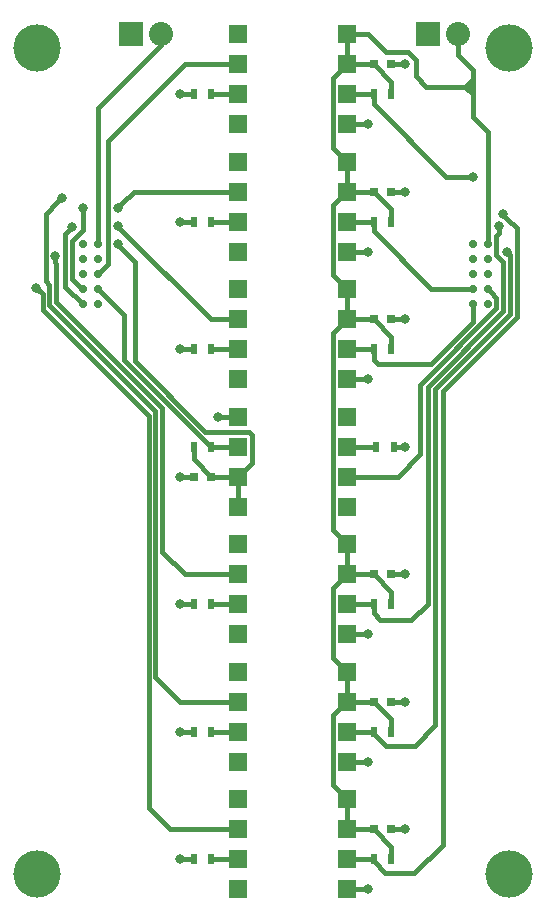
<source format=gbr>
G04 #@! TF.FileFunction,Copper,L1,Top,Signal*
%FSLAX46Y46*%
G04 Gerber Fmt 4.6, Leading zero omitted, Abs format (unit mm)*
G04 Created by KiCad (PCBNEW (2015-12-07 BZR 6352)-product) date Fri 09 Sep 2016 08:12:53 PM EDT*
%MOMM*%
G01*
G04 APERTURE LIST*
%ADD10C,0.100000*%
%ADD11C,0.700000*%
%ADD12R,0.800000X0.750000*%
%ADD13R,2.032000X2.032000*%
%ADD14O,2.032000X2.032000*%
%ADD15R,0.500000X0.900000*%
%ADD16R,1.500000X1.524000*%
%ADD17C,4.000000*%
%ADD18C,0.800000*%
%ADD19C,0.381000*%
G04 APERTURE END LIST*
D10*
D11*
X8890000Y58420000D03*
X10160000Y58420000D03*
X8890000Y57150000D03*
X10160000Y57150000D03*
X8890000Y55880000D03*
X10160000Y55880000D03*
X8890000Y54610000D03*
X10160000Y54610000D03*
X8890000Y53340000D03*
X10160000Y53340000D03*
D12*
X19800000Y38735000D03*
X18300000Y38735000D03*
X33540000Y52070000D03*
X35040000Y52070000D03*
X33540000Y73660000D03*
X35040000Y73660000D03*
X33540000Y19685000D03*
X35040000Y19685000D03*
X33540000Y62865000D03*
X35040000Y62865000D03*
X33540000Y8890000D03*
X35040000Y8890000D03*
X33540000Y30480000D03*
X35040000Y30480000D03*
D13*
X12954000Y76200000D03*
D14*
X15494000Y76200000D03*
D13*
X38100000Y76200000D03*
D14*
X40640000Y76200000D03*
D15*
X19800000Y71120000D03*
X18300000Y71120000D03*
X19800000Y60325000D03*
X18300000Y60325000D03*
X19800000Y49530000D03*
X18300000Y49530000D03*
X33760000Y41275000D03*
X35260000Y41275000D03*
X35040000Y71120000D03*
X33540000Y71120000D03*
X35040000Y60325000D03*
X33540000Y60325000D03*
X35040000Y49530000D03*
X33540000Y49530000D03*
X18300000Y41275000D03*
X19800000Y41275000D03*
X19800000Y27940000D03*
X18300000Y27940000D03*
X19800000Y17145000D03*
X18300000Y17145000D03*
X19800000Y6350000D03*
X18300000Y6350000D03*
X35040000Y27940000D03*
X33540000Y27940000D03*
X35040000Y17145000D03*
X33540000Y17145000D03*
X35040000Y6350000D03*
X33540000Y6350000D03*
D16*
X22090000Y76200000D03*
X22090000Y73660000D03*
X22090000Y71120000D03*
X22090000Y68580000D03*
X31250000Y68580000D03*
X31250000Y71120000D03*
X31250000Y73660000D03*
X31250000Y76200000D03*
X22090000Y65405000D03*
X22090000Y62865000D03*
X22090000Y60325000D03*
X22090000Y57785000D03*
X31250000Y57785000D03*
X31250000Y60325000D03*
X31250000Y62865000D03*
X31250000Y65405000D03*
X22090000Y54610000D03*
X22090000Y52070000D03*
X22090000Y49530000D03*
X22090000Y46990000D03*
X31250000Y46990000D03*
X31250000Y49530000D03*
X31250000Y52070000D03*
X31250000Y54610000D03*
X31250000Y36195000D03*
X31250000Y38735000D03*
X31250000Y41275000D03*
X31250000Y43815000D03*
X22090000Y43815000D03*
X22090000Y41275000D03*
X22090000Y38735000D03*
X22090000Y36195000D03*
X22090000Y33020000D03*
X22090000Y30480000D03*
X22090000Y27940000D03*
X22090000Y25400000D03*
X31250000Y25400000D03*
X31250000Y27940000D03*
X31250000Y30480000D03*
X31250000Y33020000D03*
X22090000Y22225000D03*
X22090000Y19685000D03*
X22090000Y17145000D03*
X22090000Y14605000D03*
X31250000Y14605000D03*
X31250000Y17145000D03*
X31250000Y19685000D03*
X31250000Y22225000D03*
X22090000Y11430000D03*
X22090000Y8890000D03*
X22090000Y6350000D03*
X22090000Y3810000D03*
X31250000Y3810000D03*
X31250000Y6350000D03*
X31250000Y8890000D03*
X31250000Y11430000D03*
D11*
X41910000Y58420000D03*
X43180000Y58420000D03*
X41910000Y57150000D03*
X43180000Y57150000D03*
X41910000Y55880000D03*
X43180000Y55880000D03*
X41910000Y54610000D03*
X43180000Y54610000D03*
X41910000Y53340000D03*
X43180000Y53340000D03*
D17*
X45000000Y5080000D03*
X5000000Y5080000D03*
X5000000Y75000000D03*
X45000000Y75000000D03*
D18*
X11853268Y58420000D03*
X17145000Y6350000D03*
X17145000Y17145000D03*
X17145000Y27940000D03*
X17145000Y71120000D03*
X17145000Y60325000D03*
X17145000Y49530000D03*
X20320000Y43815000D03*
X17145000Y38735000D03*
X6575229Y57429905D03*
X7143852Y62347491D03*
X4931340Y54740664D03*
X11853268Y61468000D03*
X8890000Y61468000D03*
X7977619Y59831563D03*
X11853268Y59944000D03*
X36195000Y41275000D03*
X36195000Y73660000D03*
X33020000Y68580000D03*
X36195000Y62865000D03*
X33020000Y57785000D03*
X36195000Y52070000D03*
X33020000Y46990000D03*
X36195000Y30480000D03*
X33020000Y25400000D03*
X36195000Y19685000D03*
X33020000Y14605000D03*
X36195000Y8890000D03*
X33020000Y3810000D03*
X44179398Y59919326D03*
X44844835Y57748053D03*
X44450000Y60960000D03*
X41910000Y64135000D03*
D19*
X22090000Y38735000D02*
X22090000Y38747000D01*
X22090000Y38747000D02*
X23249816Y39906816D01*
X23249816Y39906816D02*
X23249816Y42279268D01*
X23249816Y42279268D02*
X22979817Y42549267D01*
X22979817Y42549267D02*
X19273692Y42549267D01*
X19273692Y42549267D02*
X13335701Y48487258D01*
X13335701Y48487258D02*
X13335701Y56937567D01*
X13335701Y56937567D02*
X12253267Y58020001D01*
X12253267Y58020001D02*
X11853268Y58420000D01*
X10225813Y58354187D02*
X10160000Y58420000D01*
X15494000Y75293671D02*
X15494000Y76200000D01*
X10160000Y69959671D02*
X15494000Y75293671D01*
X10160000Y58420000D02*
X10160000Y69959671D01*
X19800000Y38735000D02*
X22090000Y38735000D01*
X18300000Y41275000D02*
X18300000Y40235000D01*
X18300000Y40235000D02*
X19800000Y38735000D01*
X22090000Y36195000D02*
X22090000Y38735000D01*
X18300000Y6350000D02*
X17145000Y6350000D01*
X18300000Y17145000D02*
X17145000Y17145000D01*
X18300000Y27940000D02*
X17145000Y27940000D01*
X18300000Y71120000D02*
X17145000Y71120000D01*
X18300000Y60325000D02*
X17145000Y60325000D01*
X18300000Y49530000D02*
X17145000Y49530000D01*
X22090000Y43815000D02*
X20320000Y43815000D01*
X18300000Y38735000D02*
X17145000Y38735000D01*
X22090000Y30480000D02*
X17526000Y30480000D01*
X17526000Y30480000D02*
X15640022Y32365978D01*
X15640022Y32365978D02*
X15640022Y44539592D01*
X15640022Y44539592D02*
X6663012Y53516602D01*
X6663012Y53516602D02*
X6663012Y56776437D01*
X6663012Y56776437D02*
X6575229Y56864220D01*
X6575229Y56864220D02*
X6575229Y57429905D01*
X22090000Y19685000D02*
X17145000Y19685000D01*
X5764666Y55271902D02*
X5764666Y60968305D01*
X6743853Y61947492D02*
X7143852Y62347491D01*
X17145000Y19685000D02*
X15059011Y21770989D01*
X15059011Y21770989D02*
X15059011Y44298930D01*
X6082001Y54954567D02*
X5764666Y55271902D01*
X5764666Y60968305D02*
X6743853Y61947492D01*
X15059011Y44298930D02*
X6082001Y53275940D01*
X6082001Y53275940D02*
X6082001Y54954567D01*
X5500990Y52832000D02*
X5500990Y54171014D01*
X14478000Y10668000D02*
X14478000Y43854990D01*
X14478000Y43854990D02*
X5500990Y52832000D01*
X16256000Y8890000D02*
X14478000Y10668000D01*
X22090000Y8890000D02*
X16256000Y8890000D01*
X5500990Y54171014D02*
X4931340Y54740664D01*
X22090000Y73660000D02*
X17526000Y73660000D01*
X17526000Y73660000D02*
X11034764Y67168764D01*
X11034764Y67168764D02*
X11034764Y56754764D01*
X11034764Y56754764D02*
X10509999Y56229999D01*
X10509999Y56229999D02*
X10160000Y55880000D01*
X8890000Y61468000D02*
X8890000Y59574002D01*
X8890000Y59574002D02*
X8021501Y58705503D01*
X8021501Y58705503D02*
X8021501Y55478499D01*
X8021501Y55478499D02*
X8540001Y54959999D01*
X8540001Y54959999D02*
X8890000Y54610000D01*
X22090000Y62865000D02*
X13250268Y62865000D01*
X12253267Y61867999D02*
X11853268Y61468000D01*
X13250268Y62865000D02*
X12253267Y61867999D01*
X10509999Y54260001D02*
X10160000Y54610000D01*
X12372989Y48628297D02*
X12372989Y52397011D01*
X19726286Y41275000D02*
X12372989Y48628297D01*
X19800000Y41275000D02*
X19726286Y41275000D01*
X12372989Y52397011D02*
X10509999Y54260001D01*
X19800000Y41275000D02*
X22090000Y41275000D01*
X7577620Y59431564D02*
X7977619Y59831563D01*
X7431345Y59285289D02*
X7577620Y59431564D01*
X7431345Y54798655D02*
X7431345Y59285289D01*
X8890000Y53340000D02*
X7431345Y54798655D01*
X22090000Y52070000D02*
X19727268Y52070000D01*
X12253267Y59544001D02*
X11853268Y59944000D01*
X19727268Y52070000D02*
X12253267Y59544001D01*
X41910000Y72390000D02*
X41910000Y73152000D01*
X41910000Y73152000D02*
X40640000Y74422000D01*
X40640000Y74422000D02*
X40640000Y76200000D01*
X33020000Y76200000D02*
X31250000Y76200000D01*
X34544000Y74676000D02*
X33020000Y76200000D01*
X37084000Y73996972D02*
X36404972Y74676000D01*
X36404972Y74676000D02*
X34544000Y74676000D01*
X41275000Y71755000D02*
X37973000Y71755000D01*
X37973000Y71755000D02*
X37084000Y72644000D01*
X37084000Y72644000D02*
X37084000Y73996972D01*
X41910000Y71120000D02*
X41910000Y69152576D01*
X41910000Y69152576D02*
X43180000Y67882576D01*
X43180000Y67882576D02*
X43180000Y58420000D01*
X41910000Y71755000D02*
X41910000Y71120000D01*
X41275000Y71755000D02*
X41910000Y71120000D01*
X41275000Y71755000D02*
X41910000Y71755000D01*
X41910000Y72390000D02*
X41910000Y71755000D01*
X41275000Y71755000D02*
X41910000Y72390000D01*
X31250000Y19685000D02*
X31250000Y19673000D01*
X31250000Y19673000D02*
X30109499Y18532499D01*
X30109499Y18532499D02*
X30109499Y12582501D01*
X30109499Y12582501D02*
X31250000Y11442000D01*
X31250000Y11442000D02*
X31250000Y11430000D01*
X31250000Y30480000D02*
X31250000Y30468000D01*
X31250000Y30468000D02*
X30109499Y29327499D01*
X30109499Y29327499D02*
X30109499Y23377501D01*
X30109499Y23377501D02*
X31250000Y22237000D01*
X31250000Y22237000D02*
X31250000Y22225000D01*
X31250000Y52070000D02*
X31250000Y52058000D01*
X31250000Y52058000D02*
X30109499Y50917499D01*
X30109499Y50917499D02*
X30109499Y34172501D01*
X30109499Y34172501D02*
X31250000Y33032000D01*
X31250000Y33032000D02*
X31250000Y33020000D01*
X31250000Y62865000D02*
X31250000Y62853000D01*
X31250000Y62853000D02*
X30109499Y61712499D01*
X30109499Y61712499D02*
X30109499Y55762501D01*
X30109499Y55762501D02*
X31250000Y54622000D01*
X31250000Y54622000D02*
X31250000Y54610000D01*
X31250000Y73660000D02*
X31250000Y73648000D01*
X31250000Y73648000D02*
X30109499Y72507499D01*
X30109499Y72507499D02*
X30109499Y66557501D01*
X30109499Y66557501D02*
X31250000Y65417000D01*
X31250000Y65417000D02*
X31250000Y65405000D01*
X31250000Y73660000D02*
X31250000Y76200000D01*
X31250000Y73660000D02*
X33540000Y73660000D01*
X35040000Y71120000D02*
X35040000Y72160000D01*
X35040000Y72160000D02*
X33540000Y73660000D01*
X31250000Y62865000D02*
X31250000Y65405000D01*
X31250000Y62865000D02*
X33540000Y62865000D01*
X35040000Y60325000D02*
X35040000Y61365000D01*
X35040000Y61365000D02*
X33540000Y62865000D01*
X31250000Y52070000D02*
X31250000Y54610000D01*
X31250000Y52070000D02*
X33540000Y52070000D01*
X35040000Y49530000D02*
X35040000Y50570000D01*
X35040000Y50570000D02*
X33540000Y52070000D01*
X31250000Y30480000D02*
X31250000Y33020000D01*
X31250000Y30480000D02*
X33540000Y30480000D01*
X35040000Y27940000D02*
X35040000Y28980000D01*
X35040000Y28980000D02*
X33540000Y30480000D01*
X31250000Y19685000D02*
X31250000Y22225000D01*
X35040000Y17145000D02*
X35040000Y18185000D01*
X35040000Y18185000D02*
X33540000Y19685000D01*
X31250000Y19685000D02*
X33540000Y19685000D01*
X31250000Y8890000D02*
X31250000Y11430000D01*
X35040000Y6350000D02*
X35040000Y7390000D01*
X35040000Y7390000D02*
X33540000Y8890000D01*
X31250000Y8890000D02*
X33540000Y8890000D01*
X35260000Y41275000D02*
X36195000Y41275000D01*
X35040000Y73660000D02*
X36195000Y73660000D01*
X31250000Y68580000D02*
X33020000Y68580000D01*
X35040000Y62865000D02*
X36195000Y62865000D01*
X31250000Y57785000D02*
X33020000Y57785000D01*
X35040000Y52070000D02*
X36195000Y52070000D01*
X31250000Y46990000D02*
X33020000Y46990000D01*
X35040000Y30480000D02*
X36195000Y30480000D01*
X31250000Y25400000D02*
X33020000Y25400000D01*
X35040000Y19685000D02*
X36195000Y19685000D01*
X31250000Y14605000D02*
X33020000Y14605000D01*
X35040000Y8890000D02*
X36195000Y8890000D01*
X31250000Y3810000D02*
X33020000Y3810000D01*
X33540000Y27940000D02*
X33540000Y27144877D01*
X44501512Y52731348D02*
X44501512Y56921432D01*
X43929277Y57493667D02*
X43929277Y59103520D01*
X44179398Y59353641D02*
X44179398Y59919326D01*
X33540000Y27144877D02*
X34114387Y26570490D01*
X36711830Y26570490D02*
X38100000Y27958660D01*
X34114387Y26570490D02*
X36711830Y26570490D01*
X44501512Y56921432D02*
X43929277Y57493667D01*
X38100000Y27958660D02*
X38100000Y46329836D01*
X38100000Y46329836D02*
X44501512Y52731348D01*
X43929277Y59103520D02*
X44179398Y59353641D01*
X31250000Y27940000D02*
X33540000Y27940000D01*
X38735000Y17673793D02*
X38735000Y46143163D01*
X33540000Y17145000D02*
X33540000Y16945000D01*
X45082523Y52490686D02*
X45082523Y57510365D01*
X34546459Y15938541D02*
X36999748Y15938541D01*
X38735000Y46143163D02*
X45082523Y52490686D01*
X45082523Y57510365D02*
X44844835Y57748053D01*
X36999748Y15938541D02*
X38735000Y17673793D01*
X33540000Y16945000D02*
X34546459Y15938541D01*
X31250000Y17145000D02*
X33540000Y17145000D01*
X44849999Y60560001D02*
X44450000Y60960000D01*
X34524610Y5165390D02*
X36978789Y5165390D01*
X33540000Y6150000D02*
X34524610Y5165390D01*
X45663534Y52250024D02*
X45663534Y59746466D01*
X33540000Y6350000D02*
X33540000Y6150000D01*
X39370000Y7556601D02*
X39370000Y45956490D01*
X36978789Y5165390D02*
X39370000Y7556601D01*
X45663534Y59746466D02*
X44849999Y60560001D01*
X39370000Y45956490D02*
X45663534Y52250024D01*
X31250000Y6350000D02*
X33540000Y6350000D01*
X40894000Y64135000D02*
X41910000Y64135000D01*
X33540000Y71120000D02*
X33540000Y70289000D01*
X33540000Y70289000D02*
X39694000Y64135000D01*
X39694000Y64135000D02*
X40894000Y64135000D01*
X31250000Y71120000D02*
X33540000Y71120000D01*
X33540000Y60325000D02*
X33540000Y59494000D01*
X33540000Y59494000D02*
X38424000Y54610000D01*
X38424000Y54610000D02*
X41415026Y54610000D01*
X41415026Y54610000D02*
X41910000Y54610000D01*
X31250000Y60325000D02*
X33540000Y60325000D01*
X43529999Y54260001D02*
X43180000Y54610000D01*
X43920501Y52972010D02*
X43920501Y53869499D01*
X43920501Y53869499D02*
X43529999Y54260001D01*
X37465000Y46516509D02*
X43920501Y52972010D01*
X35560000Y38735000D02*
X37465000Y40640000D01*
X31250000Y38735000D02*
X35560000Y38735000D01*
X37465000Y40640000D02*
X37465000Y46516509D01*
X41910000Y53340000D02*
X41910000Y51783182D01*
X33540000Y48646506D02*
X33540000Y49530000D01*
X41910000Y51783182D02*
X38405733Y48278915D01*
X38405733Y48278915D02*
X33907591Y48278915D01*
X33907591Y48278915D02*
X33540000Y48646506D01*
X31250000Y49530000D02*
X33540000Y49530000D01*
X19800000Y71120000D02*
X22090000Y71120000D01*
X19800000Y60325000D02*
X22090000Y60325000D01*
X19800000Y49530000D02*
X22090000Y49530000D01*
X33760000Y41275000D02*
X31250000Y41275000D01*
X22090000Y27940000D02*
X19800000Y27940000D01*
X22090000Y17145000D02*
X19800000Y17145000D01*
X22090000Y6350000D02*
X19800000Y6350000D01*
M02*

</source>
